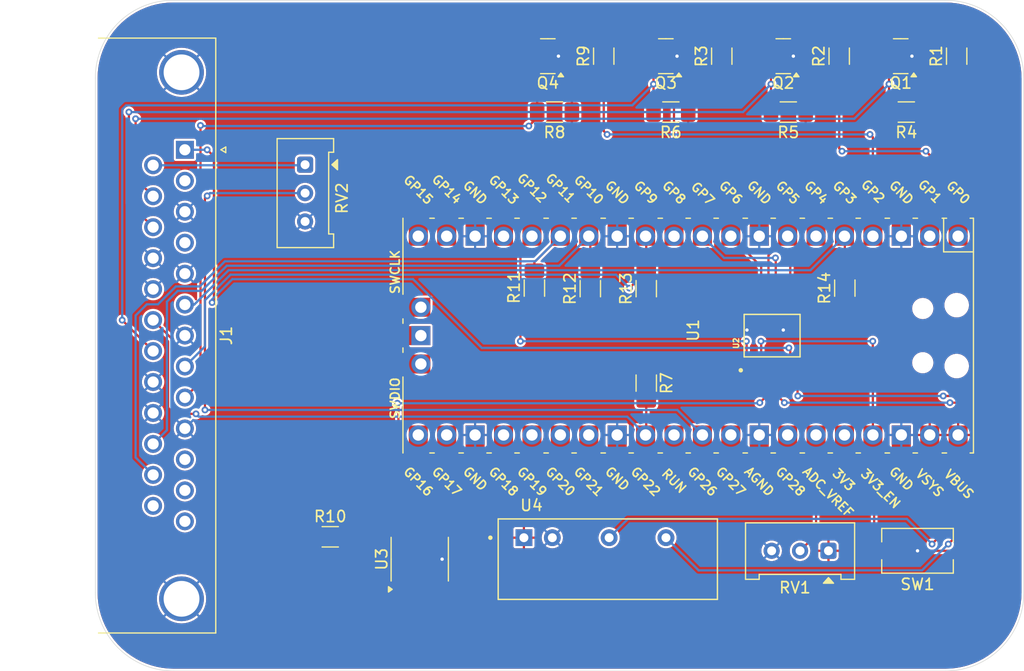
<source format=kicad_pcb>
(kicad_pcb (version 20240108) (generator "pcbnew") (generator_version "8.0")
  (layers (0 "F.Cu" signal) (31 "B.Cu" signal) (34 "B.Paste" user) (35 "F.Paste" user) (36 "B.SilkS" user "B.Silkscreen") (37 "F.SilkS" user "F.Silkscreen") (38 "B.Mask" user) (39 "F.Mask" user) (44 "Edge.Cuts" user))
  (net 0 "")
  (net 1 "GND")
  (net 2 "Net-(Q4-D)")
  (net 3 "Net-(U1-GP9)")
  (net 6 "Net-(J1-P19)")
  (net 7 "Net-(U1-GP3)")
  (net 9 "Net-(J1-P15)")
  (net 10 "Net-(U2-VOUT)")
  (net 12 "Net-(J1-P14)")
  (net 14 "Net-(J1-P16)")
  (net 15 "Net-(J1-P23)")
  (net 17 "Net-(J1-P24)")
  (net 18 "Net-(J1-P20)")
  (net 19 "Net-(Q1-G)")
  (net 20 "Net-(Q2-G)")
  (net 21 "Net-(Q3-G)")
  (net 22 "Net-(Q4-G)")
  (net 23 "+5V")
  (net 24 "+2V5REF")
  (net 25 "+3.3VADC")
  (net 26 "Net-(U1-GP26)")
  (net 27 "Net-(U1-3V3_EN)")
  (net 28 "Net-(U1-GP5)")
  (net 30 "Net-(U1-GP4)")
  (net 32 "Net-(U1-GP7)")
  (net 34 "+3.3V")
  (net 35 "Net-(U1-GP6)")
  (net 38 "Net-(U1-GP12)")
  (net 47 "AGND")
  (net 49 "+12V")
  (footprint "AD5761RBRUZ:SOP65P640X120-16N" (layer "F.Cu") (at 157.5 100 90)
    (property "Reference" "U2")
    (property "Value" "AD5761RBRUZ")
  )
  (footprint "Package_SO:SOIC-8_3.9x4.9mm_P1.27mm" (layer "F.Cu") (at 126 120 90)
    (property "Reference" "U3")
    (property "Value" "LM285D-2.5")
  )
  (footprint "PCN2_S5_S12_S:CONV_PCN2-S5-S12-S" (layer "F.Cu") (at 135.3125 118.08)
    (property "Reference" "U4")
    (property "Value" "PCN2-S5-S12-S")
  )
  (footprint "Resistor_SMD:R_1206_3216Metric_Pad1.30x1.75mm_HandSolder" (layer "F.Cu") (at 169.5 80 180)
    (property "Reference" "R4")
    (property "Value" "4.7 kΩ")
  )
  (footprint "Resistor_SMD:R_1206_3216Metric_Pad1.30x1.75mm_HandSolder" (layer "F.Cu") (at 158.95 80 180)
    (property "Reference" "R5")
    (property "Value" "4.7 kΩ")
  )
  (footprint "Resistor_SMD:R_1206_3216Metric_Pad1.30x1.75mm_HandSolder" (layer "F.Cu") (at 146.25 104.25 -90)
    (property "Reference" "R7")
    (property "Value" "4.7 kΩ")
  )
  (footprint "Connector_Dsub:DSUB-25_Male_Horizontal_P2.77x2.84mm_EdgePinOffset4.94mm_Housed_MountingHolesOffset7.48mm" (layer "F.Cu") (at 105.005331 83.375 -90)
    (property "Reference" "J1")
    (property "Value" "DB25_Plug_MountingHoles")
  )
  (footprint "Resistor_SMD:R_1206_3216Metric_Pad1.30x1.75mm_HandSolder" (layer "F.Cu") (at 118 118)
    (property "Reference" "R10")
    (property "Value" "4.7 kΩ")
  )
  (footprint "RPi_Pico:RPi_Pico_SMD_TH" (layer "F.Cu") (at 150 100 -90)
    (property "Reference" "U1")
    (property "Value" "SC0915")
  )
  (footprint "Resistor_SMD:R_1206_3216Metric_Pad1.30x1.75mm_HandSolder" (layer "F.Cu") (at 174 75 90)
    (property "Reference" "R1")
    (property "Value" "4.7 kΩ")
  )
  (footprint "Resistor_SMD:R_1206_3216Metric_Pad1.30x1.75mm_HandSolder" (layer "F.Cu") (at 138.05 80 180)
    (property "Reference" "R8")
    (property "Value" "4.7 kΩ")
  )
  (footprint "Potentiometer_THT:Potentiometer_Bourns_3386W_Horizontal" (layer "F.Cu") (at 162.54 119.25 180)
    (property "Reference" "RV1")
    (property "Value" "R_Potentiometer_US")
  )
  (footprint "Resistor_SMD:R_1206_3216Metric_Pad1.30x1.75mm_HandSolder" (layer "F.Cu") (at 164 95.75 90)
    (property "Reference" "R14")
    (property "Value" "4.7 kΩ")
  )
  (footprint "Resistor_SMD:R_1206_3216Metric_Pad1.30x1.75mm_HandSolder" (layer "F.Cu") (at 142.45 75 90)
    (property "Reference" "R9")
    (property "Value" "4.7 kΩ")
  )
  (footprint "Button_Switch_SMD:SW_Tactile_SPST_NO_Straight_CK_PTS636Sx25SMTRLFS" (layer "F.Cu") (at 170.5 119.25 180)
    (property "Reference" "SW1")
    (property "Value" "SW_Push")
  )
  (footprint "Resistor_SMD:R_1206_3216Metric_Pad1.30x1.75mm_HandSolder" (layer "F.Cu") (at 136.25 95.75 90)
    (property "Reference" "R11")
    (property "Value" "4.7 kΩ")
  )
  (footprint "Resistor_SMD:R_1206_3216Metric_Pad1.30x1.75mm_HandSolder" (layer "F.Cu") (at 163.5 75 90)
    (property "Reference" "R2")
    (property "Value" "4.7 kΩ")
  )
  (footprint "Resistor_SMD:R_1206_3216Metric_Pad1.30x1.75mm_HandSolder" (layer "F.Cu") (at 146.25 95.8 90)
    (property "Reference" "R13")
    (property "Value" "4.7 kΩ")
  )
  (footprint "Package_TO_SOT_SMD:SOT-23" (layer "F.Cu") (at 137.45 75 180)
    (property "Reference" "Q4")
    (property "Value" "2N7002")
  )
  (footprint "Package_TO_SOT_SMD:SOT-23" (layer "F.Cu") (at 148 75 180)
    (property "Reference" "Q3")
    (property "Value" "2N7002")
  )
  (footprint "Resistor_SMD:R_1206_3216Metric_Pad1.30x1.75mm_HandSolder" (layer "F.Cu") (at 153 75 90)
    (property "Reference" "R3")
    (property "Value" "4.7 kΩ")
  )
  (footprint "Package_TO_SOT_SMD:SOT-23" (layer "F.Cu") (at 169 75 180)
    (property "Reference" "Q1")
    (property "Value" "2N7002")
  )
  (footprint "Potentiometer_THT:Potentiometer_Bourns_3386W_Horizontal" (layer "F.Cu") (at 115.75 84.71 -90)
    (property "Reference" "RV2")
    (property "Value" "R_Potentiometer_US")
  )
  (footprint "Resistor_SMD:R_1206_3216Metric_Pad1.30x1.75mm_HandSolder" (layer "F.Cu") (at 148.45 80 180)
    (property "Reference" "R6")
    (property "Value" "4.7 kΩ")
  )
  (footprint "Package_TO_SOT_SMD:SOT-23" (layer "F.Cu") (at 158.5 75 180)
    (property "Reference" "Q2")
    (property "Value" "2N7002")
  )
  (footprint "Resistor_SMD:R_1206_3216Metric_Pad1.30x1.75mm_HandSolder" (layer "F.Cu") (at 141.25 95.8 90)
    (property "Reference" "R12")
    (property "Value" "4.7 kΩ")
  )
  (gr_arc (start 180 123) (mid 177.949748 127.949748) (end 173 130) (stroke (width 0.05)) (layer "Edge.Cuts"))
  (gr_line (start 173 70) (end 103.94975 70) (stroke (width 0.05)) (layer "Edge.Cuts"))
  (gr_line (start 173 130) (end 104 130) (stroke (width 0.05)) (layer "Edge.Cuts"))
  (gr_arc (start 104 130) (mid 99.050252 127.949748) (end 97 123) (stroke (width 0.05)) (layer "Edge.Cuts"))
  (gr_line (start 97 76.94975) (end 97 123) (stroke (width 0.05)) (layer "Edge.Cuts"))
  (gr_arc (start 173 70) (mid 177.949747 72.050253) (end 180 77) (stroke (width 0.05)) (layer "Edge.Cuts"))
  (gr_arc (start 97 76.94975) (mid 99.035534 72.035534) (end 103.94975 70) (stroke (width 0.05)) (layer "Edge.Cuts"))
  (gr_line (start 180 77) (end 180 123) (stroke (width 0.05)) (layer "Edge.Cuts"))
  (segment (start 148.9375 74.05) (end 148.9375 74.9375) (width 0.2) (layer "F.Cu") (net 1))
  (segment (start 141.85 74.05) (end 142.45 73.45) (width 0.2) (layer "F.Cu") (net 1))
  (segment (start 159.4375 74.9625) (end 159.4 75) (width 0.2) (layer "F.Cu") (net 1))
  (segment (start 152.4 74.05) (end 153 73.45) (width 0.2) (layer "F.Cu") (net 1))
  (segment (start 158.475 97.13) (end 158.475 99.475) (width 0.2) (layer "F.Cu") (net 1))
  (segment (start 169.9375 74.9375) (end 170 75) (width 0.2) (layer "F.Cu") (net 1))
  (segment (start 127.905 120.095) (end 128 120) (width 0.2) (layer "F.Cu") (net 1))
  (segment (start 155.225 97.13) (end 155.225 99.475) (width 0.2) (layer "F.Cu") (net 1))
  (segment (start 169.9375 74.05) (end 173.4 74.05) (width 0.2) (layer "F.Cu") (net 1))
  (segment (start 174.375 119.25) (end 170.5 119.25) (width 0.2) (layer "F.Cu") (net 1))
  (segment (start 148.9375 74.9375) (end 149 75) (width 0.2) (layer "F.Cu") (net 1))
  (segment (start 173.4 74.05) (end 174 73.45) (width 0.2) (layer "F.Cu") (net 1))
  (segment (start 158.475 99.475) (end 158.5 99.5) (width 0.2) (layer "F.Cu") (net 1))
  (segment (start 138.3875 74.05) (end 141.85 74.05) (width 0.2) (layer "F.Cu") (net 1))
  (segment (start 159.4375 74.05) (end 162.9 74.05) (width 0.2) (layer "F.Cu") (net 1))
  (segment (start 162.9 74.05) (end 163.5 73.45) (width 0.2) (layer "F.Cu") (net 1))
  (segment (start 155.225 99.475) (end 155.25 99.5) (width 0.2) (layer "F.Cu") (net 1))
  (segment (start 148.9375 74.05) (end 152.4 74.05) (width 0.2) (layer "F.Cu") (net 1))
  (segment (start 169.9375 74.05) (end 169.9375 74.9375) (width 0.2) (layer "F.Cu") (net 1))
  (segment (start 159.4375 74.05) (end 159.4375 74.9625) (width 0.2) (layer "F.Cu") (net 1))
  (segment (start 127.905 122.475) (end 127.905 120.095) (width 0.2) (layer "F.Cu") (net 1))
  (segment (start 138.4 75) (end 138.4 74.0625) (width 0.2) (layer "F.Cu") (net 1))
  (via (at 158.5 99.5) (size 0.6) (drill 0.3) (layers "F.Cu" "B.Cu") (net 1))
  (via (at 149 75) (size 0.6) (drill 0.3) (layers "F.Cu" "B.Cu") (net 1))
  (via (at 170.5 119.25) (size 0.6) (drill 0.3) (layers "F.Cu" "B.Cu") (net 1))
  (via (at 170 75) (size 0.6) (drill 0.3) (layers "F.Cu" "B.Cu") (net 1))
  (via (at 138.4 75) (size 0.6) (drill 0.3) (layers "F.Cu" "B.Cu") (net 1))
  (via (at 159.4 75) (size 0.6) (drill 0.3) (layers "F.Cu" "B.Cu") (net 1))
  (via (at 128 120) (size 0.6) (drill 0.3) (layers "F.Cu" "B.Cu") (net 1))
  (via (at 155.25 99.5) (size 0.6) (drill 0.3) (layers "F.Cu" "B.Cu") (net 1))
  (segment (start 106.4 104.140331) (end 105.005331 105.535) (width 0.2) (layer "F.Cu") (net 2))
  (segment (start 136.5 80) (end 136.5 75.0125) (width 0.2) (layer "F.Cu") (net 2))
  (segment (start 136.5 80.5) (end 135.75 81.25) (width 0.2) (layer "F.Cu") (net 2))
  (segment (start 106.4 81.2) (end 106.4 104.140331) (width 0.2) (layer "F.Cu") (net 2))
  (via (at 135.75 81.25) (size 0.6) (drill 0.3) (layers "F.Cu" "B.Cu") (net 2))
  (via (at 106.4 81.2) (size 0.6) (drill 0.3) (layers "F.Cu" "B.Cu") (net 2))
  (segment (start 106.45 81.25) (end 135.75 81.25) (width 0.2) (layer "B.Cu") (net 2))
  (segment (start 106.4 81.2) (end 106.45 81.25) (width 0.2) (layer "B.Cu") (net 2))
  (segment (start 146.25 94.25) (end 146.25 91.17) (width 0.2) (layer "F.Cu") (net 3))
  (segment (start 144.75 95.75) (end 146.25 94.25) (width 0.2) (layer "F.Cu") (net 3))
  (via (at 144.75 95.75) (size 0.6) (drill 0.3) (layers "F.Cu" "B.Cu") (net 3))
  (segment (start 106.8 100.970331) (end 106.8 96.831371) (width 0.2) (layer "B.Cu") (net 3))
  (segment (start 143.55 94.55) (end 144.75 95.75) (width 0.2) (layer "B.Cu") (net 3))
  (segment (start 109.081371 94.55) (end 143.55 94.55) (width 0.2) (layer "B.Cu") (net 3))
  (segment (start 105.005331 102.765) (end 106.8 100.970331) (width 0.2) (layer "B.Cu") (net 3))
  (segment (start 106.8 96.831371) (end 109.081371 94.55) (width 0.2) (layer "B.Cu") (net 3))
  (segment (start 106 107) (end 104.6 107) (width 0.2) (layer "F.Cu") (net 6))
  (segment (start 103.905331 106.305331) (end 103.905331 100.35) (width 0.2) (layer "F.Cu") (net 6))
  (segment (start 104.6 107) (end 103.905331 106.305331) (width 0.2) (layer "F.Cu") (net 6))
  (segment (start 103.905331 100.35) (end 102.165331 98.61) (width 0.2) (layer "F.Cu") (net 6))
  (segment (start 146.25 105.8) (end 146.25 108.83) (width 0.2) (layer "F.Cu") (net 6))
  (via (at 106 107) (size 0.6) (drill 0.3) (layers "F.Cu" "B.Cu") (net 6))
  (segment (start 144.55 107.25) (end 146.19 108.89) (width 0.2) (layer "B.Cu") (net 6))
  (segment (start 106 107) (end 106.25 107.25) (width 0.2) (layer "B.Cu") (net 6))
  (segment (start 106.25 107.25) (end 144.55 107.25) (width 0.2) (layer "B.Cu") (net 6))
  (segment (start 164 94.2) (end 164 91.14) (width 0.2) (layer "F.Cu") (net 7))
  (segment (start 105.840685 97.225) (end 105.005331 97.225) (width 0.2) (layer "B.Cu") (net 7))
  (segment (start 108.915685 94.15) (end 105.840685 97.225) (width 0.2) (layer "B.Cu") (net 7))
  (segment (start 160.93 94.15) (end 163.97 91.11) (width 0.2) (layer "B.Cu") (net 7))
  (segment (start 108.915685 94.15) (end 160.93 94.15) (width 0.2) (layer "B.Cu") (net 7))
  (segment (start 100.6 85.964669) (end 102.165331 87.53) (width 0.2) (layer "F.Cu") (net 9))
  (segment (start 167.95 77.5) (end 167.95 75.1125) (width 0.2) (layer "F.Cu") (net 9))
  (segment (start 167.95 80) (end 167.95 77.5) (width 0.2) (layer "F.Cu") (net 9))
  (segment (start 100.6 80.6) (end 100.6 85.964669) (width 0.2) (layer "F.Cu") (net 9))
  (via (at 100.6 80.6) (size 0.6) (drill 0.3) (layers "F.Cu" "B.Cu") (net 9))
  (via (at 167.95 77.5) (size 0.6) (drill 0.3) (layers "F.Cu" "B.Cu") (net 9))
  (segment (start 164.85 80.6) (end 167.95 77.5) (width 0.2) (layer "B.Cu") (net 9))
  (segment (start 100.6 80.6) (end 164.85 80.6) (width 0.2) (layer "B.Cu") (net 9))
  (segment (start 107.43995 97.03995) (end 107.6 96.8799) (width 0.2) (layer "F.Cu") (net 10))
  (segment (start 159.125 102.87) (end 159.125 101.225) (width 0.2) (layer "F.Cu") (net 10))
  (segment (start 107.6 96.8799) (end 107.6 83.975) (width 0.2) (layer "F.Cu") (net 10))
  (segment (start 107.6 83.975) (end 107 83.375) (width 0.2) (layer "F.Cu") (net 10))
  (segment (start 159.125 101.225) (end 159 101.1) (width 0.2) (layer "F.Cu") (net 10))
  (via (at 107 83.375) (size 0.6) (drill 0.3) (layers "F.Cu" "B.Cu") (net 10))
  (via (at 159 101.1) (size 0.6) (drill 0.3) (layers "F.Cu" "B.Cu") (net 10))
  (via (at 107.43995 97.03995) (size 0.6) (drill 0.3) (layers "F.Cu" "B.Cu") (net 10))
  (segment (start 125.4 94.95) (end 131.55 101.1) (width 0.2) (layer "B.Cu") (net 10))
  (segment (start 109.247057 94.95) (end 125.4 94.95) (width 0.2) (layer "B.Cu") (net 10))
  (segment (start 131.55 101.1) (end 159 101.1) (width 0.2) (layer "B.Cu") (net 10))
  (segment (start 107.43995 97.03995) (end 107.43995 96.757107) (width 0.2) (layer "B.Cu") (net 10))
  (segment (start 107.43995 96.757107) (end 109.247057 94.95) (width 0.2) (layer "B.Cu") (net 10))
  (segment (start 107 83.375) (end 105.005331 83.375) (width 0.2) (layer "B.Cu") (net 10))
  (segment (start 102.165331 84.76) (end 115.7 84.76) (width 0.2) (layer "B.Cu") (net 12))
  (segment (start 100 80) (end 100 88.134669) (width 0.2) (layer "F.Cu") (net 14))
  (segment (start 100 88.134669) (end 102.165331 90.3) (width 0.2) (layer "F.Cu") (net 14))
  (segment (start 157.4 80) (end 157.4 77.5) (width 0.2) (layer "F.Cu") (net 14))
  (segment (start 157.4 77.5) (end 157.4 75.1625) (width 0.2) (layer "F.Cu") (net 14))
  (via (at 100 80) (size 0.6) (drill 0.3) (layers "F.Cu" "B.Cu") (net 14))
  (via (at 157.4 77.5) (size 0.6) (drill 0.3) (layers "F.Cu" "B.Cu") (net 14))
  (segment (start 154.9 80) (end 157.4 77.5) (width 0.2) (layer "B.Cu") (net 14))
  (segment (start 100 80) (end 154.9 80) (width 0.2) (layer "B.Cu") (net 14))
  (segment (start 141.25 94.25) (end 141.25 91.25) (width 0.2) (layer "F.Cu") (net 15))
  (segment (start 103.4 108.455332) (end 103.4 96.965686) (width 0.2) (layer "B.Cu") (net 15))
  (segment (start 138.47 93.75) (end 141.11 91.11) (width 0.2) (layer "B.Cu") (net 15))
  (segment (start 103.4 96.965686) (end 104.365686 96) (width 0.2) (layer "B.Cu") (net 15))
  (segment (start 108.75 93.75) (end 138.47 93.75) (width 0.2) (layer "B.Cu") (net 15))
  (segment (start 102.165332 109.69) (end 103.4 108.455332) (width 0.2) (layer "B.Cu") (net 15))
  (segment (start 106.5 96) (end 108.75 93.75) (width 0.2) (layer "B.Cu") (net 15))
  (segment (start 104.365686 96) (end 106.5 96) (width 0.2) (layer "B.Cu") (net 15))
  (segment (start 136.25 93.43) (end 138.57 91.11) (width 0.2) (layer "F.Cu") (net 17))
  (segment (start 136.25 94.2) (end 136.25 93.43) (width 0.2) (layer "F.Cu") (net 17))
  (segment (start 108.584314 93.35) (end 136.33 93.35) (width 0.2) (layer "B.Cu") (net 17))
  (segment (start 100.6 98.2) (end 101.6 97.2) (width 0.2) (layer "B.Cu") (net 17))
  (segment (start 101.6 97.2) (end 102.6 97.2) (width 0.2) (layer "B.Cu") (net 17))
  (segment (start 102.165331 112.46) (end 100.6 110.894669) (width 0.2) (layer "B.Cu") (net 17))
  (segment (start 102.6 97.2) (end 104.2 95.6) (width 0.2) (layer "B.Cu") (net 17))
  (segment (start 104.2 95.6) (end 106.334314 95.6) (width 0.2) (layer "B.Cu") (net 17))
  (segment (start 100.6 110.894669) (end 100.6 98.2) (width 0.2) (layer "B.Cu") (net 17))
  (segment (start 106.334314 95.6) (end 108.584314 93.35) (width 0.2) (layer "B.Cu") (net 17))
  (segment (start 136.33 93.35) (end 138.57 91.11) (width 0.2) (layer "B.Cu") (net 17))
  (segment (start 146.9 80) (end 146.9 77.5) (width 0.2) (layer "F.Cu") (net 18))
  (segment (start 102.165331 101.38) (end 99.4 98.614669) (width 0.2) (layer "F.Cu") (net 18))
  (segment (start 146.9 77.5) (end 146.9 75.1625) (width 0.2) (layer "F.Cu") (net 18))
  (via (at 146.9 77.5) (size 0.6) (drill 0.3) (layers "F.Cu" "B.Cu") (net 18))
  (via (at 99.4 98.614669) (size 0.6) (drill 0.3) (layers "F.Cu" "B.Cu") (net 18))
  (segment (start 99.751471 79.4) (end 99.4 79.751471) (width 0.2) (layer "B.Cu") (net 18))
  (segment (start 145 79.4) (end 99.751471 79.4) (width 0.2) (layer "B.Cu") (net 18))
  (segment (start 99.4 79.751471) (end 99.4 98.614669) (width 0.2) (layer "B.Cu") (net 18))
  (segment (start 146.9 77.5) (end 145 79.4) (width 0.2) (layer "B.Cu") (net 18))
  (segment (start 174 76.55) (end 174 90.98) (width 0.2) (layer "F.Cu") (net 19))
  (segment (start 173.4 75.95) (end 174 76.55) (width 0.2) (layer "F.Cu") (net 19))
  (segment (start 169.9375 75.95) (end 173.4 75.95) (width 0.2) (layer "F.Cu") (net 19))
  (segment (start 163.5 76.55) (end 163.5 83.25) (width 0.2) (layer "F.Cu") (net 20))
  (segment (start 162.9 75.95) (end 163.5 76.55) (width 0.2) (layer "F.Cu") (net 20))
  (segment (start 171.25 83.5) (end 171.59 83.84) (width 0.2) (layer "F.Cu") (net 20))
  (segment (start 159.4375 75.95) (end 162.9 75.95) (width 0.2) (layer "F.Cu") (net 20))
  (segment (start 171.59 83.84) (end 171.59 91.11) (width 0.2) (layer "F.Cu") (net 20))
  (segment (start 163.5 83.25) (end 163.75 83.5) (width 0.2) (layer "F.Cu") (net 20))
  (via (at 163.75 83.5) (size 0.6) (drill 0.3) (layers "F.Cu" "B.Cu") (net 20))
  (via (at 171.25 83.5) (size 0.6) (drill 0.3) (layers "F.Cu" "B.Cu") (net 20))
  (segment (start 163.75 83.5) (end 171.25 83.5) (width 0.2) (layer "B.Cu") (net 20))
  (segment (start 148.9375 75.95) (end 152.4 75.95) (width 0.2) (layer "F.Cu") (net 21))
  (segment (start 148.73 76.1575) (end 148.9375 75.95) (width 0.2) (layer "F.Cu") (net 21))
  (segment (start 148.73 91.11) (end 148.73 76.1575) (width 0.2) (layer "F.Cu") (net 21))
  (segment (start 152.4 75.95) (end 153 76.55) (width 0.2) (layer "F.Cu") (net 21))
  (segment (start 142.75 82) (end 142.45 81.7) (width 0.2) (layer "F.Cu") (net 22))
  (segment (start 166.51 82.26) (end 166.51 91.11) (width 0.2) (layer "F.Cu") (net 22))
  (segment (start 142.45 81.7) (end 142.45 76.55) (width 0.2) (layer "F.Cu") (net 22))
  (segment (start 166.25 82) (end 166.51 82.26) (width 0.2) (layer "F.Cu") (net 22))
  (segment (start 141.85 75.95) (end 142.45 76.55) (width 0.2) (layer "F.Cu") (net 22))
  (segment (start 138.3875 75.95) (end 141.85 75.95) (width 0.2) (layer "F.Cu") (net 22))
  (via (at 142.75 82) (size 0.6) (drill 0.3) (layers "F.Cu" "B.Cu") (net 22))
  (via (at 166.25 82) (size 0.6) (drill 0.3) (layers "F.Cu" "B.Cu") (net 22))
  (segment (start 142.75 82) (end 166.25 82) (width 0.2) (layer "B.Cu") (net 22))
  (segment (start 124 106.05) (end 124.095 106.145) (width 0.2) (layer "F.Cu") (net 24))
  (segment (start 124.095 117.525) (end 123.62 118) (width 0.2) (layer "F.Cu") (net 24))
  (segment (start 123.62 118) (end 119.55 118) (width 0.2) (layer "F.Cu") (net 24))
  (segment (start 124.095 106.145) (end 124.095 117.525) (width 0.2) (layer "F.Cu") (net 24))
  (segment (start 157.175 105.225) (end 156.4 106) (width 0.2) (layer "F.Cu") (net 24))
  (segment (start 157.175 102.87) (end 157.175 105.225) (width 0.2) (layer "F.Cu") (net 24))
  (via (at 156.4 106) (size 0.6) (drill 0.3) (layers "F.Cu" "B.Cu") (net 24))
  (via (at 124 106.05) (size 0.6) (drill 0.3) (layers "F.Cu" "B.Cu") (net 24))
  (segment (start 156.4 106) (end 156.35 106.05) (width 0.2) (layer "B.Cu") (net 24))
  (segment (start 156.35 106.05) (end 124 106.05) (width 0.2) (layer "B.Cu") (net 24))
  (segment (start 160 119.25) (end 161.43 117.82) (width 0.2) (layer "F.Cu") (net 25))
  (segment (start 161.43 117.82) (end 161.43 108.89) (width 0.2) (layer "F.Cu") (net 25))
  (segment (start 106.8 87.7) (end 106.8 106.649997) (width 0.2) (layer "F.Cu") (net 26))
  (segment (start 106.8 106.649997) (end 106.800003 106.65) (width 0.2) (layer "F.Cu") (net 26))
  (segment (start 107 87.5) (end 106.8 87.7) (width 0.2) (layer "F.Cu") (net 26))
  (via (at 106.800003 106.65) (size 0.6) (drill 0.3) (layers "F.Cu" "B.Cu") (net 26))
  (via (at 107 87.5) (size 0.6) (drill 0.3) (layers "F.Cu" "B.Cu") (net 26))
  (segment (start 107.25 87.25) (end 115.75 87.25) (width 0.2) (layer "B.Cu") (net 26))
  (segment (start 149.03 106.65) (end 151.27 108.89) (width 0.2) (layer "B.Cu") (net 26))
  (segment (start 107 87.5) (end 107.25 87.25) (width 0.2) (layer "B.Cu") (net 26))
  (segment (start 106.800003 106.65) (end 149.03 106.65) (width 0.2) (layer "B.Cu") (net 26))
  (segment (start 156.525 100.525) (end 156.5 100.5) (width 0.2) (layer "F.Cu") (net 27))
  (segment (start 166.5 101.25) (end 166.51 101.26) (width 0.2) (layer "F.Cu") (net 27))
  (segment (start 166.5 100.5) (end 166.5 101.25) (width 0.2) (layer "F.Cu") (net 27))
  (segment (start 166.51 101.26) (end 166.51 108.89) (width 0.2) (layer "F.Cu") (net 27))
  (segment (start 166.625 119.25) (end 166.625 109.005) (width 0.2) (layer "F.Cu") (net 27))
  (segment (start 156.525 102.87) (end 156.525 100.525) (width 0.2) (layer "F.Cu") (net 27))
  (via (at 156.5 100.5) (size 0.6) (drill 0.3) (layers "F.Cu" "B.Cu") (net 27))
  (via (at 166.5 100.5) (size 0.6) (drill 0.3) (layers "F.Cu" "B.Cu") (net 27))
  (segment (start 156.5 100.5) (end 166.5 100.5) (width 0.2) (layer "B.Cu") (net 27))
  (segment (start 157.175 97.13) (end 157.175 92.825) (width 0.2) (layer "F.Cu") (net 28))
  (segment (start 157.175 92.825) (end 158.89 91.11) (width 0.2) (layer "F.Cu") (net 28))
  (segment (start 159.125 97.13) (end 159.125 93.415) (width 0.2) (layer "F.Cu") (net 30))
  (segment (start 159.125 93.415) (end 161.43 91.11) (width 0.2) (layer "F.Cu") (net 30))
  (segment (start 157.825 97.13) (end 157.825 93.075) (width 0.2) (layer "F.Cu") (net 32))
  (segment (start 157.825 93.075) (end 157.799265 93.049265) (width 0.2) (layer "F.Cu") (net 32))
  (via (at 157.799265 93.049265) (size 0.6) (drill 0.3) (layers "F.Cu" "B.Cu") (net 32))
  (segment (start 153.209265 93.049265) (end 151.27 91.11) (width 0.2) (layer "B.Cu") (net 32))
  (segment (start 157.799265 93.049265) (end 153.209265 93.049265) (width 0.2) (layer "B.Cu") (net 32))
  (segment (start 156.525 97.13) (end 156.525 93.825) (width 0.2) (layer "F.Cu") (net 35))
  (segment (start 156.525 93.825) (end 153.81 91.11) (width 0.2) (layer "F.Cu") (net 35))
  (segment (start 136.03 91.11) (end 135 92.14) (width 0.2) (layer "F.Cu") (net 38))
  (segment (start 155.225 102.87) (end 155.225 100.525) (width 0.2) (layer "F.Cu") (net 38))
  (segment (start 135 92.14) (end 135 100.5) (width 0.2) (layer "F.Cu") (net 38))
  (segment (start 155.225 100.525) (end 155.2 100.5) (width 0.2) (layer "F.Cu") (net 38))
  (via (at 155.2 100.5) (size 0.6) (drill 0.3) (layers "F.Cu" "B.Cu") (net 38))
  (via (at 135 100.5) (size 0.6) (drill 0.3) (layers "F.Cu" "B.Cu") (net 38))
  (segment (start 135 100.5) (end 155.2 100.5) (width 0.2) (layer "B.Cu") (net 38))
  (segment (start 171.8 118.634314) (end 171.8 118.65) (width 0.2) (layer "F.Cu") (net 47))
  (segment (start 157.825 105.225) (end 157.825 102.87) (width 0.2) (layer "F.Cu") (net 47))
  (segment (start 158.475 102.87) (end 157.825 102.87) (width 0.2) (layer "F.Cu") (net 47))
  (segment (start 175.8 114.634314) (end 171.8 118.634314) (width 0.2) (layer "F.Cu") (net 47))
  (segment (start 158.6 106) (end 157.825 105.225) (width 0.2) (layer "F.Cu") (net 47))
  (segment (start 173.4 106) (end 174.034314 106) (width 0.2) (layer "F.Cu") (net 47))
  (segment (start 175.8 107.765686) (end 175.8 114.634314) (width 0.2) (layer "F.Cu") (net 47))
  (segment (start 174.034314 106) (end 175.8 107.765686) (width 0.2) (layer "F.Cu") (net 47))
  (via (at 171.8 118.65) (size 0.6) (drill 0.3) (layers "F.Cu" "B.Cu") (net 47))
  (via (at 158.6 106) (size 0.6) (drill 0.3) (layers "F.Cu" "B.Cu") (net 47))
  (via (at 173.4 106) (size 0.6) (drill 0.3) (layers "F.Cu" "B.Cu") (net 47))
  (segment (start 171.8 118.65) (end 169.55 116.4) (width 0.2) (layer "B.Cu") (net 47))
  (segment (start 144.6125 116.4) (end 142.9325 118.08) (width 0.2) (layer "B.Cu") (net 47))
  (segment (start 173.4 106) (end 158.6 106) (width 0.2) (layer "B.Cu") (net 47))
  (segment (start 169.55 116.4) (end 144.6125 116.4) (width 0.2) (layer "B.Cu") (net 47))
  (segment (start 176.2 107.6) (end 176.2 115.699998) (width 0.2) (layer "F.Cu") (net 49))
  (segment (start 174 105.4) (end 176.2 107.6) (width 0.2) (layer "F.Cu") (net 49))
  (segment (start 176.2 115.699998) (end 173.249998 118.65) (width 0.2) (layer "F.Cu") (net 49))
  (segment (start 159.775 105.375) (end 159.775 102.87) (width 0.2) (layer "F.Cu") (net 49))
  (segment (start 159.8 105.4) (end 159.775 105.375) (width 0.2) (layer "F.Cu") (net 49))
  (segment (start 172.8 105.4) (end 174 105.4) (width 0.2) (layer "F.Cu") (net 49))
  (via (at 172.8 105.4) (size 0.6) (drill 0.3) (layers "F.Cu" "B.Cu") (net 49))
  (via (at 173.249998 118.65) (size 0.6) (drill 0.3) (layers "F.Cu" "B.Cu") (net 49))
  (via (at 159.8 105.4) (size 0.6) (drill 0.3) (layers "F.Cu" "B.Cu") (net 49))
  (segment (start 172.8 105.4) (end 159.8 105.4) (width 0.2) (layer "B.Cu") (net 49))
  (segment (start 170.899998 121) (end 150.9325 121) (width 0.2) (layer "B.Cu") (net 49))
  (segment (start 150.9325 121) (end 148.0125 118.08) (width 0.2) (layer "B.Cu") (net 49))
  (segment (start 173.249998 118.65) (end 170.899998 121) (width 0.2) (layer "B.Cu") (net 49))
  (zone (net 23) (net_name "+5V") (layer "F.Cu") (priority 1) (connect_pads (clearance 0.2)) (min_thickness 0.2) (fill yes (thermal_gap 0.2) (thermal_bridge_width 0.2))
    (polygon (pts (xy 97 70) (xy 97 130) (xy 180 130) (xy 180 70)))
  )
  (zone (net 1) (net_name "GND") (layer "B.Cu") (connect_pads (clearance 0.2)) (min_thickness 0.2) (fill yes (thermal_gap 0.2) (thermal_bridge_width 0.2))
    (polygon (pts (xy 180 70) (xy 180 130) (xy 97 130) (xy 97 70)))
  )
)
</source>
